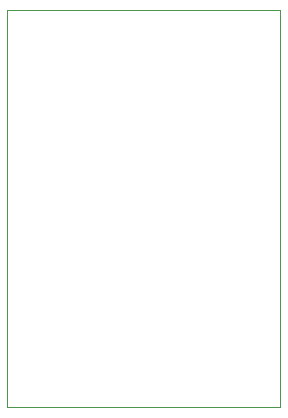
<source format=gbr>
%TF.GenerationSoftware,KiCad,Pcbnew,7.0.9*%
%TF.CreationDate,2024-01-10T21:16:10+01:00*%
%TF.ProjectId,TemperatureLM135,54656d70-6572-4617-9475-72654c4d3133,1.3*%
%TF.SameCoordinates,Original*%
%TF.FileFunction,Profile,NP*%
%FSLAX46Y46*%
G04 Gerber Fmt 4.6, Leading zero omitted, Abs format (unit mm)*
G04 Created by KiCad (PCBNEW 7.0.9) date 2024-01-10 21:16:10*
%MOMM*%
%LPD*%
G01*
G04 APERTURE LIST*
%TA.AperFunction,Profile*%
%ADD10C,0.100000*%
%TD*%
G04 APERTURE END LIST*
D10*
X55551500Y-15621000D02*
X78665500Y-15621000D01*
X78665500Y-49276000D01*
X55551500Y-49276000D01*
X55551500Y-15621000D01*
M02*

</source>
